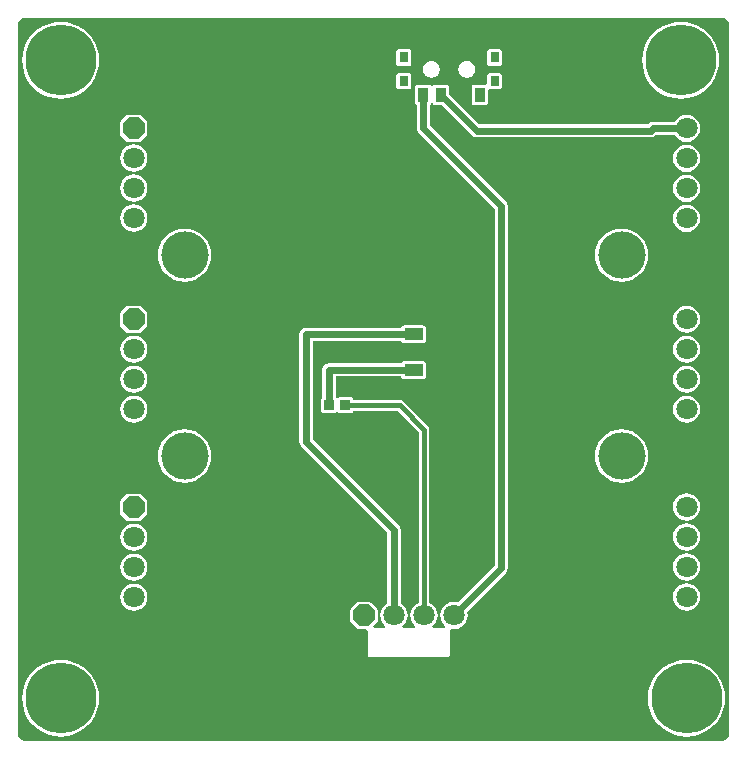
<source format=gtl>
G04 Layer_Physical_Order=1*
G04 Layer_Color=255*
%FSLAX44Y44*%
%MOMM*%
G71*
G01*
G75*
%ADD10R,0.8500X0.8500*%
%ADD11R,1.6000X1.0000*%
%ADD12R,0.8000X0.9000*%
%ADD13R,0.9000X1.2500*%
%ADD14C,0.6000*%
%ADD15C,0.4000*%
%ADD16P,1.9483X8X292.5*%
%ADD17C,1.8000*%
%ADD18P,1.9483X8X22.5*%
%ADD19C,4.0000*%
%ADD20C,6.0000*%
G36*
X602381Y625749D02*
X604400Y624400D01*
X605749Y622381D01*
X606189Y620167D01*
X606156Y620000D01*
Y20000D01*
X606189Y19833D01*
X605749Y17619D01*
X604400Y15600D01*
X602381Y14251D01*
X601209Y14018D01*
X600000Y13844D01*
X600000Y13844D01*
X598756Y13844D01*
X10000D01*
X9833Y13811D01*
X7619Y14251D01*
X5600Y15600D01*
X4251Y17619D01*
X4016Y18801D01*
X3844Y20000D01*
X3844D01*
Y620000D01*
X3811Y620167D01*
X4251Y622381D01*
X5600Y624400D01*
X7619Y625749D01*
X9833Y626189D01*
X10000Y626156D01*
X600000D01*
X600167Y626189D01*
X602381Y625749D01*
D02*
G37*
%LPC*%
G36*
X102000Y306249D02*
X98998Y305854D01*
X96200Y304695D01*
X93798Y302852D01*
X91955Y300450D01*
X90796Y297652D01*
X90401Y294650D01*
X90796Y291648D01*
X91955Y288850D01*
X93798Y286448D01*
X96200Y284605D01*
X98998Y283446D01*
X102000Y283051D01*
X105002Y283446D01*
X107800Y284605D01*
X110202Y286448D01*
X112045Y288850D01*
X113204Y291648D01*
X113599Y294650D01*
X113204Y297652D01*
X112045Y300450D01*
X110202Y302852D01*
X107800Y304695D01*
X105002Y305854D01*
X102000Y306249D01*
D02*
G37*
G36*
X570000D02*
X566998Y305854D01*
X564200Y304695D01*
X561798Y302852D01*
X559955Y300450D01*
X558796Y297652D01*
X558401Y294650D01*
X558796Y291648D01*
X559955Y288850D01*
X561798Y286448D01*
X564200Y284605D01*
X566998Y283446D01*
X570000Y283051D01*
X573002Y283446D01*
X575800Y284605D01*
X578202Y286448D01*
X580045Y288850D01*
X581204Y291648D01*
X581599Y294650D01*
X581204Y297652D01*
X580045Y300450D01*
X578202Y302852D01*
X575800Y304695D01*
X573002Y305854D01*
X570000Y306249D01*
D02*
G37*
G36*
X145000Y277609D02*
X140589Y277174D01*
X136348Y275888D01*
X132439Y273799D01*
X129013Y270987D01*
X126201Y267561D01*
X124112Y263652D01*
X122826Y259411D01*
X122391Y255000D01*
X122826Y250589D01*
X124112Y246348D01*
X126201Y242439D01*
X129013Y239013D01*
X132439Y236201D01*
X136348Y234112D01*
X140589Y232826D01*
X145000Y232391D01*
X149411Y232826D01*
X153652Y234112D01*
X157561Y236201D01*
X160987Y239013D01*
X163799Y242439D01*
X165888Y246348D01*
X167174Y250589D01*
X167609Y255000D01*
X167174Y259411D01*
X165888Y263652D01*
X163799Y267561D01*
X160987Y270987D01*
X157561Y273799D01*
X153652Y275888D01*
X149411Y277174D01*
X145000Y277609D01*
D02*
G37*
G36*
X515000D02*
X510589Y277174D01*
X506348Y275888D01*
X502439Y273799D01*
X499013Y270987D01*
X496201Y267561D01*
X494112Y263652D01*
X492826Y259411D01*
X492391Y255000D01*
X492826Y250589D01*
X494112Y246348D01*
X496201Y242439D01*
X499013Y239013D01*
X502439Y236201D01*
X506348Y234112D01*
X510589Y232826D01*
X515000Y232391D01*
X519411Y232826D01*
X523652Y234112D01*
X527561Y236201D01*
X530987Y239013D01*
X533799Y242439D01*
X535888Y246348D01*
X537174Y250589D01*
X537609Y255000D01*
X537174Y259411D01*
X535888Y263652D01*
X533799Y267561D01*
X530987Y270987D01*
X527561Y273799D01*
X523652Y275888D01*
X519411Y277174D01*
X515000Y277609D01*
D02*
G37*
G36*
X102000Y331649D02*
X98998Y331254D01*
X96200Y330095D01*
X93798Y328252D01*
X91955Y325850D01*
X90796Y323052D01*
X90401Y320050D01*
X90796Y317048D01*
X91955Y314250D01*
X93798Y311848D01*
X96200Y310005D01*
X98998Y308846D01*
X102000Y308451D01*
X105002Y308846D01*
X107800Y310005D01*
X110202Y311848D01*
X112045Y314250D01*
X113204Y317048D01*
X113599Y320050D01*
X113204Y323052D01*
X112045Y325850D01*
X110202Y328252D01*
X107800Y330095D01*
X105002Y331254D01*
X102000Y331649D01*
D02*
G37*
G36*
X570000Y357049D02*
X566998Y356654D01*
X564200Y355495D01*
X561798Y353652D01*
X559955Y351250D01*
X558796Y348452D01*
X558401Y345450D01*
X558796Y342448D01*
X559955Y339650D01*
X561798Y337248D01*
X564200Y335405D01*
X566998Y334246D01*
X570000Y333851D01*
X573002Y334246D01*
X575800Y335405D01*
X578202Y337248D01*
X580045Y339650D01*
X581204Y342448D01*
X581599Y345450D01*
X581204Y348452D01*
X580045Y351250D01*
X578202Y353652D01*
X575800Y355495D01*
X573002Y356654D01*
X570000Y357049D01*
D02*
G37*
G36*
Y382449D02*
X566998Y382054D01*
X564200Y380895D01*
X561798Y379052D01*
X559955Y376650D01*
X558796Y373852D01*
X558401Y370850D01*
X558796Y367848D01*
X559955Y365050D01*
X561798Y362648D01*
X564200Y360805D01*
X566998Y359646D01*
X570000Y359251D01*
X573002Y359646D01*
X575800Y360805D01*
X578202Y362648D01*
X580045Y365050D01*
X581204Y367848D01*
X581599Y370850D01*
X581204Y373852D01*
X580045Y376650D01*
X578202Y379052D01*
X575800Y380895D01*
X573002Y382054D01*
X570000Y382449D01*
D02*
G37*
G36*
Y331649D02*
X566998Y331254D01*
X564200Y330095D01*
X561798Y328252D01*
X559955Y325850D01*
X558796Y323052D01*
X558401Y320050D01*
X558796Y317048D01*
X559955Y314250D01*
X561798Y311848D01*
X564200Y310005D01*
X566998Y308846D01*
X570000Y308451D01*
X573002Y308846D01*
X575800Y310005D01*
X578202Y311848D01*
X580045Y314250D01*
X581204Y317048D01*
X581599Y320050D01*
X581204Y323052D01*
X580045Y325850D01*
X578202Y328252D01*
X575800Y330095D01*
X573002Y331254D01*
X570000Y331649D01*
D02*
G37*
G36*
X102000Y357049D02*
X98998Y356654D01*
X96200Y355495D01*
X93798Y353652D01*
X91955Y351250D01*
X90796Y348452D01*
X90401Y345450D01*
X90796Y342448D01*
X91955Y339650D01*
X93798Y337248D01*
X96200Y335405D01*
X98998Y334246D01*
X102000Y333851D01*
X105002Y334246D01*
X107800Y335405D01*
X110202Y337248D01*
X112045Y339650D01*
X113204Y342448D01*
X113599Y345450D01*
X113204Y348452D01*
X112045Y351250D01*
X110202Y353652D01*
X107800Y355495D01*
X105002Y356654D01*
X102000Y357049D01*
D02*
G37*
G36*
X570000Y223499D02*
X566998Y223104D01*
X564200Y221945D01*
X561798Y220102D01*
X559955Y217700D01*
X558796Y214902D01*
X558401Y211900D01*
X558796Y208898D01*
X559955Y206100D01*
X561798Y203698D01*
X564200Y201855D01*
X566998Y200696D01*
X570000Y200301D01*
X573002Y200696D01*
X575800Y201855D01*
X578202Y203698D01*
X580045Y206100D01*
X581204Y208898D01*
X581599Y211900D01*
X581204Y214902D01*
X580045Y217700D01*
X578202Y220102D01*
X575800Y221945D01*
X573002Y223104D01*
X570000Y223499D01*
D02*
G37*
G36*
X102000Y147049D02*
X98998Y146654D01*
X96200Y145495D01*
X93798Y143652D01*
X91955Y141250D01*
X90796Y138452D01*
X90401Y135450D01*
X90796Y132448D01*
X91955Y129650D01*
X93798Y127248D01*
X96200Y125405D01*
X98998Y124246D01*
X102000Y123851D01*
X105002Y124246D01*
X107800Y125405D01*
X110202Y127248D01*
X112045Y129650D01*
X113204Y132448D01*
X113599Y135450D01*
X113204Y138452D01*
X112045Y141250D01*
X110202Y143652D01*
X107800Y145495D01*
X105002Y146654D01*
X102000Y147049D01*
D02*
G37*
G36*
X570000Y147299D02*
X566998Y146904D01*
X564200Y145745D01*
X561798Y143902D01*
X559955Y141500D01*
X558796Y138702D01*
X558401Y135700D01*
X558796Y132698D01*
X559955Y129900D01*
X561798Y127498D01*
X564200Y125655D01*
X566998Y124496D01*
X570000Y124101D01*
X573002Y124496D01*
X575800Y125655D01*
X578202Y127498D01*
X580045Y129900D01*
X581204Y132698D01*
X581599Y135700D01*
X581204Y138702D01*
X580045Y141500D01*
X578202Y143902D01*
X575800Y145745D01*
X573002Y146904D01*
X570000Y147299D01*
D02*
G37*
G36*
X40000Y82600D02*
X34900Y82199D01*
X29926Y81005D01*
X25200Y79047D01*
X20838Y76374D01*
X16948Y73052D01*
X13626Y69162D01*
X10953Y64800D01*
X8995Y60074D01*
X7801Y55100D01*
X7400Y50000D01*
X7801Y44900D01*
X8995Y39926D01*
X10953Y35200D01*
X13626Y30838D01*
X16948Y26948D01*
X20838Y23626D01*
X25200Y20953D01*
X29926Y18995D01*
X34900Y17801D01*
X40000Y17399D01*
X45100Y17801D01*
X50074Y18995D01*
X54800Y20953D01*
X59162Y23626D01*
X63052Y26948D01*
X66374Y30838D01*
X69047Y35200D01*
X71005Y39926D01*
X72199Y44900D01*
X72600Y50000D01*
X72199Y55100D01*
X71005Y60074D01*
X69047Y64800D01*
X66374Y69162D01*
X63052Y73052D01*
X59162Y76374D01*
X54800Y79047D01*
X50074Y81005D01*
X45100Y82199D01*
X40000Y82600D01*
D02*
G37*
G36*
X570000D02*
X564900Y82199D01*
X559926Y81005D01*
X555200Y79047D01*
X550838Y76374D01*
X546948Y73052D01*
X543626Y69162D01*
X540953Y64800D01*
X538995Y60074D01*
X537801Y55100D01*
X537399Y50000D01*
X537801Y44900D01*
X538995Y39926D01*
X540953Y35200D01*
X543626Y30838D01*
X546948Y26948D01*
X550838Y23626D01*
X555200Y20953D01*
X559926Y18995D01*
X564900Y17801D01*
X570000Y17399D01*
X575100Y17801D01*
X580074Y18995D01*
X584800Y20953D01*
X589162Y23626D01*
X593052Y26948D01*
X596374Y30838D01*
X599047Y35200D01*
X601005Y39926D01*
X602199Y44900D01*
X602601Y50000D01*
X602199Y55100D01*
X601005Y60074D01*
X599047Y64800D01*
X596374Y69162D01*
X593052Y73052D01*
X589162Y76374D01*
X584800Y79047D01*
X580074Y81005D01*
X575100Y82199D01*
X570000Y82600D01*
D02*
G37*
G36*
X102000Y172449D02*
X98998Y172054D01*
X96200Y170895D01*
X93798Y169052D01*
X91955Y166650D01*
X90796Y163852D01*
X90401Y160850D01*
X90796Y157848D01*
X91955Y155050D01*
X93798Y152648D01*
X96200Y150805D01*
X98998Y149646D01*
X102000Y149251D01*
X105002Y149646D01*
X107800Y150805D01*
X110202Y152648D01*
X112045Y155050D01*
X113204Y157848D01*
X113599Y160850D01*
X113204Y163852D01*
X112045Y166650D01*
X110202Y169052D01*
X107800Y170895D01*
X105002Y172054D01*
X102000Y172449D01*
D02*
G37*
G36*
X570000Y198099D02*
X566998Y197704D01*
X564200Y196545D01*
X561798Y194702D01*
X559955Y192300D01*
X558796Y189502D01*
X558401Y186500D01*
X558796Y183498D01*
X559955Y180700D01*
X561798Y178298D01*
X564200Y176455D01*
X566998Y175296D01*
X570000Y174901D01*
X573002Y175296D01*
X575800Y176455D01*
X578202Y178298D01*
X580045Y180700D01*
X581204Y183498D01*
X581599Y186500D01*
X581204Y189502D01*
X580045Y192300D01*
X578202Y194702D01*
X575800Y196545D01*
X573002Y197704D01*
X570000Y198099D01*
D02*
G37*
G36*
X106500Y223199D02*
X97500D01*
X96524Y223005D01*
X95698Y222452D01*
X91198Y217952D01*
X90645Y217125D01*
X90451Y216150D01*
Y207150D01*
X90645Y206175D01*
X91198Y205348D01*
X95698Y200848D01*
X96524Y200295D01*
X97500Y200101D01*
X106500D01*
X107476Y200295D01*
X108302Y200848D01*
X112802Y205348D01*
X113355Y206175D01*
X113549Y207150D01*
Y216150D01*
X113355Y217125D01*
X112802Y217952D01*
X108302Y222452D01*
X107476Y223005D01*
X107314Y223037D01*
X106500Y223199D01*
D02*
G37*
G36*
X570000Y172699D02*
X566998Y172304D01*
X564200Y171145D01*
X561798Y169302D01*
X559955Y166900D01*
X558796Y164102D01*
X558401Y161100D01*
X558796Y158098D01*
X559955Y155300D01*
X561798Y152898D01*
X564200Y151055D01*
X566998Y149896D01*
X570000Y149501D01*
X573002Y149896D01*
X575800Y151055D01*
X578202Y152898D01*
X580045Y155300D01*
X581204Y158098D01*
X581599Y161100D01*
X581204Y164102D01*
X580045Y166900D01*
X578202Y169302D01*
X575800Y171145D01*
X573002Y172304D01*
X570000Y172699D01*
D02*
G37*
G36*
X102000Y197849D02*
X98998Y197454D01*
X96200Y196295D01*
X93798Y194452D01*
X91955Y192050D01*
X90796Y189252D01*
X90401Y186250D01*
X90796Y183248D01*
X91955Y180450D01*
X93798Y178048D01*
X96200Y176205D01*
X98998Y175046D01*
X102000Y174651D01*
X105002Y175046D01*
X107800Y176205D01*
X110202Y178048D01*
X112045Y180450D01*
X113204Y183248D01*
X113599Y186250D01*
X113204Y189252D01*
X112045Y192050D01*
X110202Y194452D01*
X107800Y196295D01*
X105002Y197454D01*
X102000Y197849D01*
D02*
G37*
G36*
X334510Y579549D02*
X326510D01*
X325535Y579355D01*
X324708Y578802D01*
X324155Y577975D01*
X323961Y577000D01*
Y568000D01*
X324155Y567025D01*
X324708Y566198D01*
X325535Y565645D01*
X326510Y565451D01*
X334510D01*
X335485Y565645D01*
X336312Y566198D01*
X336865Y567025D01*
X337059Y568000D01*
Y577000D01*
X336865Y577975D01*
X336312Y578802D01*
X335485Y579355D01*
X334510Y579549D01*
D02*
G37*
G36*
X366510Y569549D02*
X357510D01*
X356535Y569355D01*
X355708Y568802D01*
X355159Y567981D01*
X355131Y567976D01*
X353890D01*
X353861Y567981D01*
X353312Y568802D01*
X352485Y569355D01*
X351510Y569549D01*
X342510D01*
X341535Y569355D01*
X340708Y568802D01*
X340155Y567975D01*
X339961Y567000D01*
Y554500D01*
X340155Y553525D01*
X340708Y552698D01*
X341402Y552234D01*
Y532990D01*
X341829Y530844D01*
X343045Y529025D01*
X407492Y464577D01*
Y162323D01*
X376294Y131124D01*
X376102Y131204D01*
X373100Y131599D01*
X370098Y131204D01*
X367300Y130045D01*
X364898Y128202D01*
X363055Y125800D01*
X361896Y123002D01*
X361501Y120000D01*
X361896Y116998D01*
X363055Y114200D01*
X364898Y111798D01*
X365914Y111019D01*
X365482Y109749D01*
X355318D01*
X354887Y111019D01*
X355902Y111798D01*
X357745Y114200D01*
X358904Y116998D01*
X359299Y120000D01*
X358904Y123002D01*
X357745Y125800D01*
X355902Y128202D01*
X353500Y130045D01*
X352288Y130547D01*
Y277300D01*
X351939Y279056D01*
X350944Y280544D01*
X330244Y301244D01*
X328756Y302239D01*
X327000Y302588D01*
X287982D01*
X287855Y303225D01*
X287302Y304052D01*
X286476Y304605D01*
X285500Y304799D01*
X277000D01*
X276025Y304605D01*
X275198Y304052D01*
X275063Y303851D01*
X273777Y303772D01*
X272858Y304681D01*
Y322392D01*
X328572D01*
X328645Y322025D01*
X329198Y321198D01*
X330025Y320645D01*
X331000Y320451D01*
X347000D01*
X347975Y320645D01*
X348802Y321198D01*
X349355Y322025D01*
X349549Y323000D01*
Y333000D01*
X349355Y333975D01*
X348802Y334802D01*
X347975Y335355D01*
X347000Y335549D01*
X331000D01*
X330025Y335355D01*
X329198Y334802D01*
X328645Y333975D01*
X328572Y333608D01*
X267250D01*
X265104Y333181D01*
X263285Y331965D01*
X262069Y330146D01*
X261642Y328000D01*
Y304349D01*
X261198Y304052D01*
X260645Y303225D01*
X260451Y302250D01*
Y293750D01*
X260645Y292775D01*
X261198Y291948D01*
X262025Y291395D01*
X263000Y291201D01*
X271500D01*
X272475Y291395D01*
X273302Y291948D01*
X273542Y292306D01*
X274958D01*
X275198Y291948D01*
X276025Y291395D01*
X277000Y291201D01*
X285500D01*
X286476Y291395D01*
X287302Y291948D01*
X287855Y292775D01*
X287982Y293412D01*
X325099D01*
X343112Y275399D01*
Y130547D01*
X341900Y130045D01*
X339498Y128202D01*
X337655Y125800D01*
X336496Y123002D01*
X336101Y120000D01*
X336496Y116998D01*
X337655Y114200D01*
X339498Y111798D01*
X340513Y111019D01*
X340082Y109749D01*
X329918D01*
X329487Y111019D01*
X330502Y111798D01*
X332345Y114200D01*
X333504Y116998D01*
X333899Y120000D01*
X333504Y123002D01*
X332345Y125800D01*
X330502Y128202D01*
X328100Y130045D01*
X327908Y130125D01*
Y192700D01*
X327481Y194846D01*
X326265Y196665D01*
X253358Y269573D01*
Y352392D01*
X328572D01*
X328645Y352025D01*
X329198Y351198D01*
X330025Y350645D01*
X331000Y350451D01*
X347000D01*
X347975Y350645D01*
X348802Y351198D01*
X349355Y352025D01*
X349549Y353000D01*
Y363000D01*
X349355Y363975D01*
X348802Y364802D01*
X347975Y365355D01*
X347000Y365549D01*
X331000D01*
X330025Y365355D01*
X329198Y364802D01*
X328645Y363975D01*
X328572Y363608D01*
X247750D01*
X245604Y363181D01*
X243785Y361965D01*
X242569Y360146D01*
X242142Y358000D01*
Y267250D01*
X242569Y265104D01*
X243785Y263285D01*
X316692Y190377D01*
Y130125D01*
X316500Y130045D01*
X314098Y128202D01*
X312255Y125800D01*
X311096Y123002D01*
X310701Y120000D01*
X311096Y116998D01*
X312255Y114200D01*
X314098Y111798D01*
X315114Y111019D01*
X314682Y109749D01*
X305413D01*
X304927Y110922D01*
X307702Y113698D01*
X308255Y114525D01*
X308449Y115500D01*
Y124500D01*
X308255Y125476D01*
X307702Y126302D01*
X303202Y130802D01*
X302375Y131355D01*
X301400Y131549D01*
X292400D01*
X291425Y131355D01*
X290598Y130802D01*
X286098Y126302D01*
X285545Y125476D01*
X285351Y124500D01*
Y115500D01*
X285545Y114525D01*
X286098Y113698D01*
X290598Y109198D01*
X291425Y108645D01*
X292400Y108451D01*
X298918D01*
X299951Y107200D01*
Y87200D01*
X300145Y86225D01*
X300698Y85398D01*
X301525Y84845D01*
X302500Y84651D01*
X367500D01*
X368475Y84845D01*
X369302Y85398D01*
X369855Y86225D01*
X370049Y87200D01*
Y107200D01*
X369983Y107530D01*
X370904Y108662D01*
X370950Y108684D01*
X373100Y108401D01*
X376102Y108796D01*
X378900Y109955D01*
X381302Y111798D01*
X383145Y114200D01*
X384304Y116998D01*
X384699Y120000D01*
X384304Y123002D01*
X384225Y123194D01*
X417065Y156035D01*
X418281Y157854D01*
X418708Y160000D01*
Y466900D01*
X418281Y469046D01*
X417065Y470865D01*
X352618Y535313D01*
Y552234D01*
X353312Y552698D01*
X353861Y553519D01*
X353890Y553525D01*
X355131D01*
X355159Y553519D01*
X355708Y552698D01*
X356535Y552145D01*
X357510Y551951D01*
X362878D01*
X388285Y526545D01*
X390104Y525329D01*
X392250Y524902D01*
X539750D01*
X541896Y525329D01*
X543715Y526545D01*
X544013Y526842D01*
X559875D01*
X559955Y526650D01*
X561798Y524248D01*
X564200Y522405D01*
X566998Y521246D01*
X570000Y520851D01*
X573002Y521246D01*
X575800Y522405D01*
X578202Y524248D01*
X580045Y526650D01*
X581204Y529448D01*
X581599Y532450D01*
X581204Y535452D01*
X580045Y538250D01*
X578202Y540652D01*
X575800Y542495D01*
X573002Y543654D01*
X570000Y544049D01*
X566998Y543654D01*
X564200Y542495D01*
X561798Y540652D01*
X559955Y538250D01*
X559875Y538058D01*
X541690D01*
X539544Y537631D01*
X537725Y536415D01*
X537427Y536118D01*
X394573D01*
X369059Y561632D01*
Y567000D01*
X368865Y567975D01*
X368312Y568802D01*
X367485Y569355D01*
X366510Y569549D01*
D02*
G37*
G36*
X40000Y622601D02*
X34900Y622199D01*
X29926Y621005D01*
X25200Y619047D01*
X20838Y616374D01*
X16948Y613052D01*
X13626Y609162D01*
X10953Y604800D01*
X8995Y600074D01*
X7801Y595100D01*
X7400Y590000D01*
X7801Y584900D01*
X8995Y579926D01*
X10953Y575200D01*
X13626Y570838D01*
X16948Y566948D01*
X20838Y563626D01*
X25200Y560953D01*
X29926Y558995D01*
X34900Y557801D01*
X40000Y557399D01*
X45100Y557801D01*
X50074Y558995D01*
X54800Y560953D01*
X59162Y563626D01*
X63052Y566948D01*
X66374Y570838D01*
X69047Y575200D01*
X71005Y579926D01*
X72199Y584900D01*
X72600Y590000D01*
X72199Y595100D01*
X71005Y600074D01*
X69047Y604800D01*
X66374Y609162D01*
X63052Y613052D01*
X59162Y616374D01*
X54800Y619047D01*
X50074Y621005D01*
X45100Y622199D01*
X40000Y622601D01*
D02*
G37*
G36*
X565000D02*
X559900Y622199D01*
X554926Y621005D01*
X550200Y619047D01*
X545838Y616374D01*
X541948Y613052D01*
X538626Y609162D01*
X535953Y604800D01*
X533995Y600074D01*
X532801Y595100D01*
X532399Y590000D01*
X532801Y584900D01*
X533995Y579926D01*
X535953Y575200D01*
X538626Y570838D01*
X541948Y566948D01*
X545838Y563626D01*
X550200Y560953D01*
X554926Y558995D01*
X559900Y557801D01*
X565000Y557399D01*
X570100Y557801D01*
X575074Y558995D01*
X579800Y560953D01*
X584162Y563626D01*
X588052Y566948D01*
X591374Y570838D01*
X594047Y575200D01*
X596005Y579926D01*
X597199Y584900D01*
X597601Y590000D01*
X597199Y595100D01*
X596005Y600074D01*
X594047Y604800D01*
X591374Y609162D01*
X588052Y613052D01*
X584162Y616374D01*
X579800Y619047D01*
X575074Y621005D01*
X570100Y622199D01*
X565000Y622601D01*
D02*
G37*
G36*
X411510Y579549D02*
X403510D01*
X402535Y579355D01*
X401708Y578802D01*
X401155Y577975D01*
X400961Y577000D01*
Y570448D01*
X399691Y569513D01*
X399510Y569549D01*
X390510D01*
X389535Y569355D01*
X388708Y568802D01*
X388155Y567975D01*
X387961Y567000D01*
Y554500D01*
X388155Y553525D01*
X388708Y552698D01*
X389535Y552145D01*
X390510Y551951D01*
X399510D01*
X400485Y552145D01*
X401312Y552698D01*
X401865Y553525D01*
X402059Y554500D01*
Y564552D01*
X403329Y565487D01*
X403510Y565451D01*
X411510D01*
X412485Y565645D01*
X413312Y566198D01*
X413865Y567025D01*
X414059Y568000D01*
Y577000D01*
X413865Y577975D01*
X413312Y578802D01*
X412485Y579355D01*
X411510Y579549D01*
D02*
G37*
G36*
X334510Y599549D02*
X326510D01*
X325535Y599355D01*
X324708Y598802D01*
X324155Y597975D01*
X323961Y597000D01*
Y588000D01*
X324155Y587025D01*
X324708Y586198D01*
X325535Y585645D01*
X326510Y585451D01*
X334510D01*
X335485Y585645D01*
X336312Y586198D01*
X336865Y587025D01*
X337059Y588000D01*
Y597000D01*
X336865Y597975D01*
X336312Y598802D01*
X335485Y599355D01*
X334510Y599549D01*
D02*
G37*
G36*
X411510D02*
X403510D01*
X402535Y599355D01*
X401708Y598802D01*
X401155Y597975D01*
X400961Y597000D01*
Y588000D01*
X401155Y587025D01*
X401708Y586198D01*
X402535Y585645D01*
X403510Y585451D01*
X411510D01*
X412485Y585645D01*
X413312Y586198D01*
X413865Y587025D01*
X414059Y588000D01*
Y597000D01*
X413865Y597975D01*
X413312Y598802D01*
X412485Y599355D01*
X411510Y599549D01*
D02*
G37*
G36*
X354010Y589637D02*
X353764Y589588D01*
X353513D01*
X351757Y589239D01*
X350838Y588858D01*
X349350Y587864D01*
X348646Y587160D01*
X347652Y585672D01*
X347271Y584753D01*
X346922Y582997D01*
Y582003D01*
X347271Y580247D01*
X347652Y579328D01*
X348646Y577840D01*
X349350Y577136D01*
X350838Y576142D01*
X351757Y575761D01*
X353513Y575412D01*
X353764D01*
X354010Y575363D01*
X354256Y575412D01*
X354507D01*
X356263Y575761D01*
X357182Y576142D01*
X358671Y577136D01*
X359374Y577840D01*
X360368Y579328D01*
X360749Y580247D01*
X361098Y582003D01*
Y582997D01*
X360749Y584753D01*
X360368Y585672D01*
X359374Y587160D01*
X358671Y587864D01*
X357182Y588858D01*
X356263Y589239D01*
X354507Y589588D01*
X354256D01*
X354010Y589637D01*
D02*
G37*
G36*
X384010D02*
X383764Y589588D01*
X383513D01*
X381757Y589239D01*
X380838Y588858D01*
X379350Y587864D01*
X378646Y587160D01*
X377652Y585672D01*
X377271Y584753D01*
X376922Y582997D01*
Y582003D01*
X377271Y580247D01*
X377652Y579328D01*
X378646Y577840D01*
X379350Y577136D01*
X380838Y576142D01*
X381757Y575761D01*
X383513Y575412D01*
X383764D01*
X384010Y575363D01*
X384256Y575412D01*
X384507D01*
X386263Y575761D01*
X387182Y576142D01*
X388670Y577136D01*
X389374Y577840D01*
X390368Y579328D01*
X390749Y580247D01*
X391098Y582003D01*
Y582997D01*
X390749Y584753D01*
X390368Y585672D01*
X389374Y587160D01*
X388671Y587864D01*
X387182Y588858D01*
X386263Y589239D01*
X384507Y589588D01*
X384256D01*
X384010Y589637D01*
D02*
G37*
G36*
X106500Y544149D02*
X97500D01*
X96525Y543955D01*
X95698Y543402D01*
X91198Y538902D01*
X90645Y538075D01*
X90451Y537100D01*
Y528100D01*
X90645Y527124D01*
X91198Y526298D01*
X95698Y521798D01*
X96525Y521245D01*
X97500Y521051D01*
X106500D01*
X107476Y521245D01*
X108302Y521798D01*
X112802Y526298D01*
X113355Y527124D01*
X113549Y528100D01*
Y537100D01*
X113355Y538075D01*
X112802Y538902D01*
X108302Y543402D01*
X107476Y543955D01*
X107314Y543987D01*
X106500Y544149D01*
D02*
G37*
G36*
X515000Y447609D02*
X510589Y447174D01*
X506348Y445888D01*
X502439Y443799D01*
X499013Y440987D01*
X496201Y437561D01*
X494112Y433652D01*
X492826Y429411D01*
X492391Y425000D01*
X492826Y420589D01*
X494112Y416348D01*
X496201Y412439D01*
X499013Y409013D01*
X502439Y406201D01*
X506348Y404112D01*
X510589Y402826D01*
X515000Y402391D01*
X519411Y402826D01*
X523652Y404112D01*
X527561Y406201D01*
X530987Y409013D01*
X533799Y412439D01*
X535888Y416348D01*
X537174Y420589D01*
X537609Y425000D01*
X537174Y429411D01*
X535888Y433652D01*
X533799Y437561D01*
X530987Y440987D01*
X527561Y443799D01*
X523652Y445888D01*
X519411Y447174D01*
X515000Y447609D01*
D02*
G37*
G36*
X570000Y467849D02*
X566998Y467454D01*
X564200Y466295D01*
X561798Y464452D01*
X559955Y462050D01*
X558796Y459252D01*
X558401Y456250D01*
X558796Y453248D01*
X559955Y450450D01*
X561798Y448048D01*
X564200Y446205D01*
X566998Y445046D01*
X570000Y444651D01*
X573002Y445046D01*
X575800Y446205D01*
X578202Y448048D01*
X580045Y450450D01*
X581204Y453248D01*
X581599Y456250D01*
X581204Y459252D01*
X580045Y462050D01*
X578202Y464452D01*
X575800Y466295D01*
X573002Y467454D01*
X570000Y467849D01*
D02*
G37*
G36*
X106500Y382399D02*
X97500D01*
X96524Y382205D01*
X95698Y381652D01*
X91198Y377152D01*
X90645Y376325D01*
X90451Y375350D01*
Y366350D01*
X90645Y365375D01*
X91198Y364548D01*
X95698Y360048D01*
X96524Y359495D01*
X97500Y359301D01*
X106500D01*
X107476Y359495D01*
X108302Y360048D01*
X112802Y364548D01*
X113355Y365375D01*
X113549Y366350D01*
Y375350D01*
X113355Y376325D01*
X112802Y377152D01*
X108302Y381652D01*
X107476Y382205D01*
X107314Y382237D01*
X106500Y382399D01*
D02*
G37*
G36*
X145000Y447609D02*
X140589Y447174D01*
X136348Y445888D01*
X132439Y443799D01*
X129013Y440987D01*
X126201Y437561D01*
X124112Y433652D01*
X122826Y429411D01*
X122391Y425000D01*
X122826Y420589D01*
X124112Y416348D01*
X126201Y412439D01*
X129013Y409013D01*
X132439Y406201D01*
X136348Y404112D01*
X140589Y402826D01*
X145000Y402391D01*
X149411Y402826D01*
X153652Y404112D01*
X157561Y406201D01*
X160987Y409013D01*
X163799Y412439D01*
X165888Y416348D01*
X167174Y420589D01*
X167609Y425000D01*
X167174Y429411D01*
X165888Y433652D01*
X163799Y437561D01*
X160987Y440987D01*
X157561Y443799D01*
X153652Y445888D01*
X149411Y447174D01*
X145000Y447609D01*
D02*
G37*
G36*
X102000Y467999D02*
X98998Y467604D01*
X96200Y466445D01*
X93798Y464602D01*
X91955Y462200D01*
X90796Y459402D01*
X90401Y456400D01*
X90796Y453398D01*
X91955Y450600D01*
X93798Y448198D01*
X96200Y446355D01*
X98998Y445196D01*
X102000Y444801D01*
X105002Y445196D01*
X107800Y446355D01*
X110202Y448198D01*
X112045Y450600D01*
X113204Y453398D01*
X113599Y456400D01*
X113204Y459402D01*
X112045Y462200D01*
X110202Y464602D01*
X107800Y466445D01*
X105002Y467604D01*
X102000Y467999D01*
D02*
G37*
G36*
X570000Y518649D02*
X566998Y518254D01*
X564200Y517095D01*
X561798Y515252D01*
X559955Y512850D01*
X558796Y510052D01*
X558401Y507050D01*
X558796Y504048D01*
X559955Y501250D01*
X561798Y498848D01*
X564200Y497005D01*
X566998Y495846D01*
X570000Y495451D01*
X573002Y495846D01*
X575800Y497005D01*
X578202Y498848D01*
X580045Y501250D01*
X581204Y504048D01*
X581599Y507050D01*
X581204Y510052D01*
X580045Y512850D01*
X578202Y515252D01*
X575800Y517095D01*
X573002Y518254D01*
X570000Y518649D01*
D02*
G37*
G36*
X102000Y518799D02*
X98998Y518404D01*
X96200Y517245D01*
X93798Y515402D01*
X91955Y513000D01*
X90796Y510202D01*
X90401Y507200D01*
X90796Y504198D01*
X91955Y501400D01*
X93798Y498998D01*
X96200Y497155D01*
X98998Y495996D01*
X102000Y495601D01*
X105002Y495996D01*
X107800Y497155D01*
X110202Y498998D01*
X112045Y501400D01*
X113204Y504198D01*
X113599Y507200D01*
X113204Y510202D01*
X112045Y513000D01*
X110202Y515402D01*
X107800Y517245D01*
X105002Y518404D01*
X102000Y518799D01*
D02*
G37*
G36*
X570000Y493249D02*
X566998Y492854D01*
X564200Y491695D01*
X561798Y489852D01*
X559955Y487450D01*
X558796Y484652D01*
X558401Y481650D01*
X558796Y478648D01*
X559955Y475850D01*
X561798Y473448D01*
X564200Y471605D01*
X566998Y470446D01*
X570000Y470051D01*
X573002Y470446D01*
X575800Y471605D01*
X578202Y473448D01*
X580045Y475850D01*
X581204Y478648D01*
X581599Y481650D01*
X581204Y484652D01*
X580045Y487450D01*
X578202Y489852D01*
X575800Y491695D01*
X573002Y492854D01*
X570000Y493249D01*
D02*
G37*
G36*
X102000Y493399D02*
X98998Y493004D01*
X96200Y491845D01*
X93798Y490002D01*
X91955Y487600D01*
X90796Y484802D01*
X90401Y481800D01*
X90796Y478798D01*
X91955Y476000D01*
X93798Y473598D01*
X96200Y471755D01*
X98998Y470596D01*
X102000Y470201D01*
X105002Y470596D01*
X107800Y471755D01*
X110202Y473598D01*
X112045Y476000D01*
X113204Y478798D01*
X113599Y481800D01*
X113204Y484802D01*
X112045Y487600D01*
X110202Y490002D01*
X107800Y491845D01*
X105002Y493004D01*
X102000Y493399D01*
D02*
G37*
%LPD*%
D10*
X281250Y298000D02*
D03*
X267250D02*
D03*
D11*
X339000Y358000D02*
D03*
Y328000D02*
D03*
D12*
X407510Y572500D02*
D03*
Y592500D02*
D03*
X330510Y572500D02*
D03*
Y592500D02*
D03*
D13*
X347010Y560750D02*
D03*
X362010D02*
D03*
X395010D02*
D03*
D14*
X267250Y298000D02*
Y328000D01*
X362010Y560750D02*
X392250Y530510D01*
X539750D01*
X541690Y532450D02*
X570000D01*
X539750Y530510D02*
X541690Y532450D01*
X247750Y358000D02*
X339000D01*
X267250Y328000D02*
X339000D01*
X247750Y267250D02*
Y358000D01*
X322300Y120000D02*
Y192700D01*
X247750Y267250D02*
X322300Y192700D01*
X373100Y120000D02*
X413100Y160000D01*
Y466900D01*
X347010Y532990D02*
X413100Y466900D01*
X347010Y532990D02*
Y560750D01*
D15*
X281250Y298000D02*
X327000D01*
X347700Y277300D01*
Y120000D02*
Y277300D01*
D16*
X102000Y370850D02*
D03*
X102000Y532600D02*
D03*
X102000Y211650D02*
D03*
D17*
Y345450D02*
D03*
Y320050D02*
D03*
Y294650D02*
D03*
X570000Y345450D02*
D03*
Y320050D02*
D03*
Y294650D02*
D03*
Y370850D02*
D03*
X102000Y507200D02*
D03*
Y481800D02*
D03*
Y456400D02*
D03*
X322300Y120000D02*
D03*
X347700D02*
D03*
X373100D02*
D03*
X570000Y507050D02*
D03*
Y481650D02*
D03*
Y456250D02*
D03*
Y532450D02*
D03*
X102000Y186250D02*
D03*
Y160850D02*
D03*
Y135450D02*
D03*
X570000Y211900D02*
D03*
Y135700D02*
D03*
Y161100D02*
D03*
Y186500D02*
D03*
D18*
X296900Y120000D02*
D03*
D19*
X515000Y255000D02*
D03*
Y425000D02*
D03*
X145000D02*
D03*
Y255000D02*
D03*
D20*
X570000Y50000D02*
D03*
X40000D02*
D03*
Y590000D02*
D03*
X565000D02*
D03*
M02*

</source>
